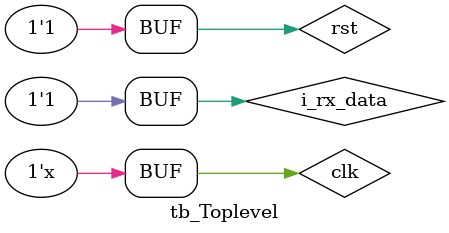
<source format=v>
`timescale 1ns / 1ps
module tb_Toplevel();

    reg rst;
    reg clk;
    reg i_rx_data;
    wire o_tx_data;
    wire o_led;
    wire o_stop;

    initial begin
        clk = 0;
        rst = 0;
        i_rx_data = 0;

        #100
        rst = 1;

        //Elijo estado load
        //arranca rx
        #10
        i_rx_data = 0;
        //byte = 00000001
        #143970
        i_rx_data = 0;   
        #104640
        i_rx_data = 1;
        #91560
        i_rx_data = 0;
        #91560
        i_rx_data = 0;
        #91560
        i_rx_data = 0;
        #91560
        i_rx_data = 0;
        #91560
        i_rx_data = 0;
        #91560
        i_rx_data = 0;
        //finaliza rx
        #91560
        i_rx_data = 1;

        /*
        #5000
        i_rx_data = 0;
        //byte = 00000001
        #143970
        i_rx_data = 1;   
        #143970
        i_rx_data = 1;
        #91560
        i_rx_data = 1;
        #91560
        i_rx_data = 1;
        #91560
        i_rx_data = 0;
        #91560
        i_rx_data = 0;
        #91560
        i_rx_data = 0;
        #104640
        i_rx_data = 0;
        //finaliza rx
        #80000
        i_rx_data = 1;
*/
/*
        //arranca rx
        #49200
        i_rx_data = 0;
        //cargo instruccion 
        #72250
        i_rx_data = 1;
        #49200
        i_rx_data = 0;
        #49200
        i_rx_data = 0;
        #49200
        i_rx_data = 0;
        #49200
        i_rx_data = 0;
        #49200
        i_rx_data = 0;
        #49200
        i_rx_data = 0;
        #49200
        i_rx_data = 1;
        //finaliza rx
        #49200
        i_rx_data = 1;

        //arranca rx
        #49200
        i_rx_data = 0;
        //cargo instruccion 
        #72250
        i_rx_data = 1;
        #49200
        i_rx_data = 0;
        #49200
        i_rx_data = 0;
        #49200
        i_rx_data = 0;
        #49200
        i_rx_data = 0;
        #49200
        i_rx_data = 0;
        #49200
        i_rx_data = 0;
        #49200
        i_rx_data = 0;
        //finaliza rx
        #49200
        i_rx_data = 1;

        //arranca rx
        #49200
        i_rx_data = 0;
        //cargo instruccion 
        #72250
        i_rx_data = 1;
        #49200
        i_rx_data = 0;
        #49200
        i_rx_data = 0;
        #49200
        i_rx_data = 0;
        #49200
        i_rx_data = 0;
        #49200
        i_rx_data = 0;
        #49200
        i_rx_data = 0;
        #49200
        i_rx_data = 1;
        //finaliza rx
        #49200
        i_rx_data = 1;

        //arranca rx
        #49200
        i_rx_data = 0;
        //cargo instruccion 
        #72250
        i_rx_data = 1;
        #49200
        i_rx_data = 0;
        #49200
        i_rx_data = 0;
        #49200
        i_rx_data = 0;
        #49200
        i_rx_data = 0;
        #49200
        i_rx_data = 0;
        #49200
        i_rx_data = 0;
        #49200
        i_rx_data = 1;
        //finaliza rx
        #49200
        i_rx_data = 1;

        //arranca rx
        #49200
        i_rx_data = 0;
        //cargo instruccion HLT 
        #72250
        i_rx_data = 1;
        #49200
        i_rx_data = 1;
        #49200
        i_rx_data = 1;
        #49200
        i_rx_data = 1;
        #49200
        i_rx_data = 1;
        #49200
        i_rx_data = 1;
        #49200
        i_rx_data = 1;
        #49200
        i_rx_data = 1;
        //finaliza rx
        #49200
        i_rx_data = 1;

        //arranca rx
        #49200
        i_rx_data = 0;
        //cargo instruccion 
        #72250
        i_rx_data = 1;
        #49200
        i_rx_data = 1;
        #49200
        i_rx_data = 1;
        #49200
        i_rx_data = 1;
        #49200
        i_rx_data = 1;
        #49200
        i_rx_data = 1;
        #49200
        i_rx_data = 1;
        #49200
        i_rx_data = 1;
        //finaliza rx
        #49200
        i_rx_data = 1;

        //arranca rx
        #49200
        i_rx_data = 0;
        //cargo instruccion 
        #72250
        i_rx_data = 1;
        #49200
        i_rx_data = 1;
        #49200
        i_rx_data = 1;
        #49200
        i_rx_data = 1;
        #49200
        i_rx_data = 1;
        #49200
        i_rx_data = 1;
        #49200
        i_rx_data = 1;
        #49200
        i_rx_data = 1;
        //finaliza rx
        #49200
        i_rx_data = 1;

        //arranca rx
        #49200
        i_rx_data = 0;
        //cargo instruccion 
        #72250
        i_rx_data = 1;
        #49200
        i_rx_data = 1;
        #49200
        i_rx_data = 1;
        #49200
        i_rx_data = 1;
        #49200
        i_rx_data = 1;
        #49200
        i_rx_data = 1;
        #49200
        i_rx_data = 1;
        #49200
        i_rx_data = 1;
        //finaliza rx
        #49200
        i_rx_data = 1;
        */
    end
    
    always #10 clk = ~clk;
    Top_level u_Top_level(
             .clk(clk),
             .rst(~rst),
             .i_rx_data(i_rx_data),
             .o_tx_data(o_tx_data),
             .o_led(o_led),
             .o_stop_signal(o_stop)
             );
             
endmodule

</source>
